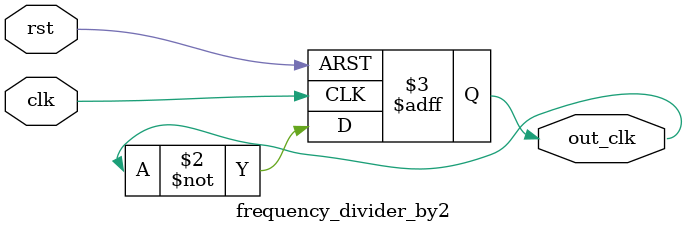
<source format=v>
module frequency_divider_by2 ( clk ,rst,out_clk );
	output reg out_clk;
	input clk ;
	input rst;
	always @(posedge clk or posedge rst)
	begin
		if (rst)
			out_clk <= 1'b0;
		else
			out_clk <= ~out_clk;	
	end
endmodule

</source>
